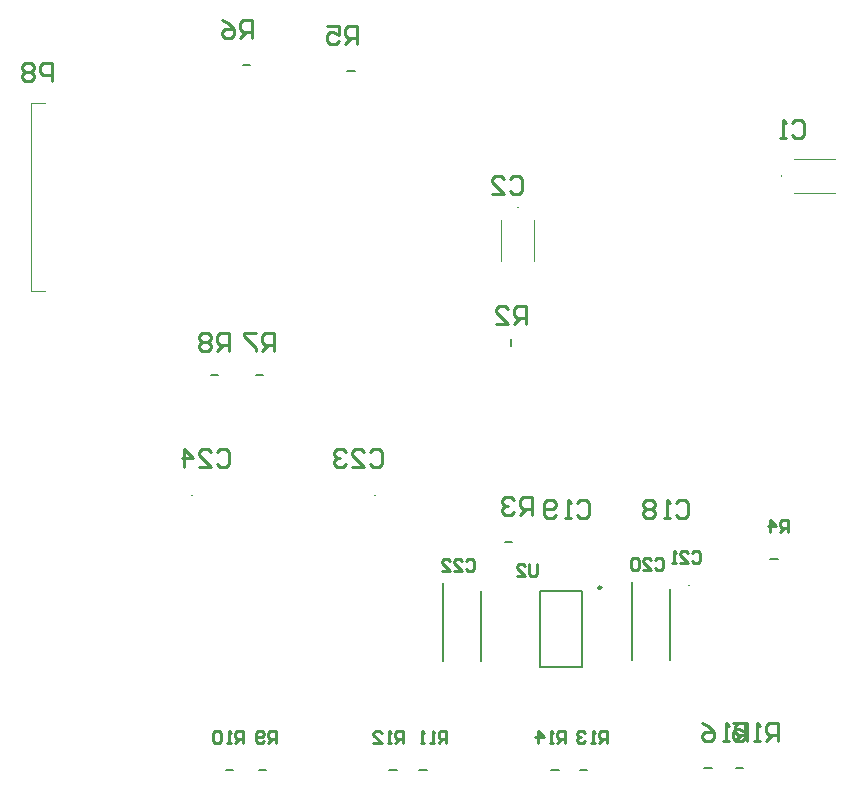
<source format=gbo>
G04*
G04 #@! TF.GenerationSoftware,Altium Limited,Altium Designer,22.9.1 (49)*
G04*
G04 Layer_Color=32896*
%FSLAX24Y24*%
%MOIN*%
G70*
G04*
G04 #@! TF.SameCoordinates,54DEFAFE-76A2-4419-BEBC-3D5CD7468304*
G04*
G04*
G04 #@! TF.FilePolarity,Positive*
G04*
G01*
G75*
%ADD10C,0.0079*%
%ADD11C,0.0098*%
%ADD13C,0.0039*%
%ADD14C,0.0100*%
D10*
X12956Y12650D02*
G03*
X12956Y12650I-20J0D01*
G01*
X6859D02*
G03*
X6859Y12650I-20J0D01*
G01*
X26513Y23300D02*
G03*
X26513Y23300I-20J0D01*
G01*
X17720Y22256D02*
G03*
X17720Y22256I-20J0D01*
G01*
X23420Y9660D02*
G03*
X23420Y9660I-20J0D01*
G01*
X18457Y9481D02*
X19837D01*
X18457Y6919D02*
Y9481D01*
Y6919D02*
X19837D01*
Y9481D01*
X7982Y3500D02*
X8218D01*
X9082D02*
X9318D01*
X18832D02*
X19068D01*
X19782D02*
X20018D01*
X13432D02*
X13668D01*
X14432D02*
X14668D01*
X17500Y17632D02*
Y17868D01*
X17282Y11085D02*
X17518D01*
X8982Y16650D02*
X9218D01*
X7482D02*
X7718D01*
X23932Y3550D02*
X24168D01*
X24982D02*
X25218D01*
X21530Y7169D02*
Y9767D01*
X22770Y7169D02*
Y9531D01*
X15230Y7119D02*
Y9717D01*
X16470Y7119D02*
Y9481D01*
X26132Y10535D02*
X26368D01*
X12032Y26800D02*
X12268D01*
X8539Y27005D02*
X8775D01*
D11*
X20494Y9578D02*
G03*
X20494Y9578I-49J0D01*
G01*
D13*
X1490Y25734D02*
X1963D01*
X1490Y19466D02*
Y25734D01*
Y19466D02*
X1963D01*
X26911Y22749D02*
X28289D01*
X26911Y23851D02*
X28289D01*
X17149Y20461D02*
Y21839D01*
X18251Y20461D02*
Y21839D01*
D14*
X7700Y14090D02*
X7800Y14190D01*
X8000D01*
X8100Y14090D01*
Y13690D01*
X8000Y13590D01*
X7800D01*
X7700Y13690D01*
X7100Y13590D02*
X7500D01*
X7100Y13990D01*
Y14090D01*
X7200Y14190D01*
X7400D01*
X7500Y14090D01*
X6600Y13590D02*
Y14190D01*
X6900Y13890D01*
X6501D01*
X12790Y14090D02*
X12890Y14190D01*
X13090D01*
X13190Y14090D01*
Y13690D01*
X13090Y13590D01*
X12890D01*
X12790Y13690D01*
X12190Y13590D02*
X12590D01*
X12190Y13990D01*
Y14090D01*
X12290Y14190D01*
X12490D01*
X12590Y14090D01*
X11990D02*
X11890Y14190D01*
X11690D01*
X11591Y14090D01*
Y13990D01*
X11690Y13890D01*
X11790D01*
X11690D01*
X11591Y13790D01*
Y13690D01*
X11690Y13590D01*
X11890D01*
X11990Y13690D01*
X18340Y10380D02*
Y10047D01*
X18273Y9980D01*
X18140D01*
X18073Y10047D01*
Y10380D01*
X17674Y9980D02*
X17940D01*
X17674Y10247D01*
Y10313D01*
X17740Y10380D01*
X17873D01*
X17940Y10313D01*
X25340Y4450D02*
Y5050D01*
X25040D01*
X24940Y4950D01*
Y4750D01*
X25040Y4650D01*
X25340D01*
X25140D02*
X24940Y4450D01*
X24740D02*
X24540D01*
X24640D01*
Y5050D01*
X24740Y4950D01*
X23840Y5050D02*
X24040Y4950D01*
X24240Y4750D01*
Y4550D01*
X24140Y4450D01*
X23940D01*
X23840Y4550D01*
Y4650D01*
X23940Y4750D01*
X24240D01*
X26390Y4450D02*
Y5050D01*
X26090D01*
X25990Y4950D01*
Y4750D01*
X26090Y4650D01*
X26390D01*
X26190D02*
X25990Y4450D01*
X25790D02*
X25590D01*
X25690D01*
Y5050D01*
X25790Y4950D01*
X24890Y5050D02*
X25290D01*
Y4750D01*
X25090Y4850D01*
X24990D01*
X24890Y4750D01*
Y4550D01*
X24990Y4450D01*
X25190D01*
X25290Y4550D01*
X19300Y4400D02*
Y4800D01*
X19100D01*
X19033Y4733D01*
Y4600D01*
X19100Y4533D01*
X19300D01*
X19167D02*
X19033Y4400D01*
X18900D02*
X18767D01*
X18833D01*
Y4800D01*
X18900Y4733D01*
X18367Y4400D02*
Y4800D01*
X18567Y4600D01*
X18300D01*
X20690Y4400D02*
Y4800D01*
X20490D01*
X20423Y4733D01*
Y4600D01*
X20490Y4533D01*
X20690D01*
X20557D02*
X20423Y4400D01*
X20290D02*
X20157D01*
X20223D01*
Y4800D01*
X20290Y4733D01*
X19957D02*
X19890Y4800D01*
X19757D01*
X19690Y4733D01*
Y4667D01*
X19757Y4600D01*
X19824D01*
X19757D01*
X19690Y4533D01*
Y4467D01*
X19757Y4400D01*
X19890D01*
X19957Y4467D01*
X13900Y4400D02*
Y4800D01*
X13700D01*
X13633Y4733D01*
Y4600D01*
X13700Y4533D01*
X13900D01*
X13767D02*
X13633Y4400D01*
X13500D02*
X13367D01*
X13433D01*
Y4800D01*
X13500Y4733D01*
X12900Y4400D02*
X13167D01*
X12900Y4667D01*
Y4733D01*
X12967Y4800D01*
X13100D01*
X13167Y4733D01*
X15333Y4400D02*
Y4800D01*
X15133D01*
X15067Y4733D01*
Y4600D01*
X15133Y4533D01*
X15333D01*
X15200D02*
X15067Y4400D01*
X14933D02*
X14800D01*
X14867D01*
Y4800D01*
X14933Y4733D01*
X14600Y4400D02*
X14467D01*
X14533D01*
Y4800D01*
X14600Y4733D01*
X8550Y4400D02*
Y4800D01*
X8350D01*
X8283Y4733D01*
Y4600D01*
X8350Y4533D01*
X8550D01*
X8417D02*
X8283Y4400D01*
X8150D02*
X8017D01*
X8083D01*
Y4800D01*
X8150Y4733D01*
X7817D02*
X7750Y4800D01*
X7617D01*
X7550Y4733D01*
Y4467D01*
X7617Y4400D01*
X7750D01*
X7817Y4467D01*
Y4733D01*
X9660Y4400D02*
Y4800D01*
X9460D01*
X9393Y4733D01*
Y4600D01*
X9460Y4533D01*
X9660D01*
X9527D02*
X9393Y4400D01*
X9260Y4467D02*
X9193Y4400D01*
X9060D01*
X8994Y4467D01*
Y4733D01*
X9060Y4800D01*
X9193D01*
X9260Y4733D01*
Y4667D01*
X9193Y4600D01*
X8994D01*
X8100Y17450D02*
Y18050D01*
X7800D01*
X7700Y17950D01*
Y17750D01*
X7800Y17650D01*
X8100D01*
X7900D02*
X7700Y17450D01*
X7500Y17950D02*
X7400Y18050D01*
X7200D01*
X7100Y17950D01*
Y17850D01*
X7200Y17750D01*
X7100Y17650D01*
Y17550D01*
X7200Y17450D01*
X7400D01*
X7500Y17550D01*
Y17650D01*
X7400Y17750D01*
X7500Y17850D01*
Y17950D01*
X7400Y17750D02*
X7200D01*
X9600Y17450D02*
Y18050D01*
X9300D01*
X9200Y17950D01*
Y17750D01*
X9300Y17650D01*
X9600D01*
X9400D02*
X9200Y17450D01*
X9000Y18050D02*
X8600D01*
Y17950D01*
X9000Y17550D01*
Y17450D01*
X8860Y27910D02*
Y28510D01*
X8560D01*
X8460Y28410D01*
Y28210D01*
X8560Y28110D01*
X8860D01*
X8660D02*
X8460Y27910D01*
X7860Y28510D02*
X8060Y28410D01*
X8260Y28210D01*
Y28010D01*
X8160Y27910D01*
X7960D01*
X7860Y28010D01*
Y28110D01*
X7960Y28210D01*
X8260D01*
X12360Y27700D02*
Y28300D01*
X12060D01*
X11960Y28200D01*
Y28000D01*
X12060Y27900D01*
X12360D01*
X12160D02*
X11960Y27700D01*
X11360Y28300D02*
X11760D01*
Y28000D01*
X11560Y28100D01*
X11460D01*
X11360Y28000D01*
Y27800D01*
X11460Y27700D01*
X11660D01*
X11760Y27800D01*
X26710Y11435D02*
Y11835D01*
X26510D01*
X26443Y11768D01*
Y11635D01*
X26510Y11568D01*
X26710D01*
X26577D02*
X26443Y11435D01*
X26110D02*
Y11835D01*
X26310Y11635D01*
X26044D01*
X18190Y11990D02*
Y12590D01*
X17890D01*
X17790Y12490D01*
Y12290D01*
X17890Y12190D01*
X18190D01*
X17990D02*
X17790Y11990D01*
X17590Y12490D02*
X17490Y12590D01*
X17290D01*
X17190Y12490D01*
Y12390D01*
X17290Y12290D01*
X17390D01*
X17290D01*
X17190Y12190D01*
Y12090D01*
X17290Y11990D01*
X17490D01*
X17590Y12090D01*
X18000Y18360D02*
Y18960D01*
X17700D01*
X17600Y18860D01*
Y18660D01*
X17700Y18560D01*
X18000D01*
X17800D02*
X17600Y18360D01*
X17000D02*
X17400D01*
X17000Y18760D01*
Y18860D01*
X17100Y18960D01*
X17300D01*
X17400Y18860D01*
X2180Y26450D02*
Y27050D01*
X1880D01*
X1780Y26950D01*
Y26750D01*
X1880Y26650D01*
X2180D01*
X1580Y26950D02*
X1480Y27050D01*
X1280D01*
X1180Y26950D01*
Y26850D01*
X1280Y26750D01*
X1180Y26650D01*
Y26550D01*
X1280Y26450D01*
X1480D01*
X1580Y26550D01*
Y26650D01*
X1480Y26750D01*
X1580Y26850D01*
Y26950D01*
X1480Y26750D02*
X1280D01*
X15993Y10463D02*
X16060Y10530D01*
X16193D01*
X16260Y10463D01*
Y10197D01*
X16193Y10130D01*
X16060D01*
X15993Y10197D01*
X15594Y10130D02*
X15860D01*
X15594Y10397D01*
Y10463D01*
X15660Y10530D01*
X15793D01*
X15860Y10463D01*
X15194Y10130D02*
X15460D01*
X15194Y10397D01*
Y10463D01*
X15260Y10530D01*
X15394D01*
X15460Y10463D01*
X23523Y10739D02*
X23590Y10805D01*
X23723D01*
X23790Y10739D01*
Y10472D01*
X23723Y10406D01*
X23590D01*
X23523Y10472D01*
X23124Y10406D02*
X23390D01*
X23124Y10672D01*
Y10739D01*
X23190Y10805D01*
X23323D01*
X23390Y10739D01*
X22990Y10406D02*
X22857D01*
X22924D01*
Y10805D01*
X22990Y10739D01*
X22293Y10513D02*
X22360Y10580D01*
X22493D01*
X22560Y10513D01*
Y10247D01*
X22493Y10180D01*
X22360D01*
X22293Y10247D01*
X21894Y10180D02*
X22160D01*
X21894Y10447D01*
Y10513D01*
X21960Y10580D01*
X22093D01*
X22160Y10513D01*
X21760D02*
X21694Y10580D01*
X21560D01*
X21494Y10513D01*
Y10247D01*
X21560Y10180D01*
X21694D01*
X21760Y10247D01*
Y10513D01*
X19680Y12400D02*
X19780Y12500D01*
X19980D01*
X20080Y12400D01*
Y12000D01*
X19980Y11900D01*
X19780D01*
X19680Y12000D01*
X19480Y11900D02*
X19280D01*
X19380D01*
Y12500D01*
X19480Y12400D01*
X18980Y12000D02*
X18880Y11900D01*
X18680D01*
X18580Y12000D01*
Y12400D01*
X18680Y12500D01*
X18880D01*
X18980Y12400D01*
Y12300D01*
X18880Y12200D01*
X18580D01*
X22980Y12400D02*
X23080Y12500D01*
X23280D01*
X23380Y12400D01*
Y12000D01*
X23280Y11900D01*
X23080D01*
X22980Y12000D01*
X22780Y11900D02*
X22580D01*
X22680D01*
Y12500D01*
X22780Y12400D01*
X22280D02*
X22180Y12500D01*
X21980D01*
X21880Y12400D01*
Y12300D01*
X21980Y12200D01*
X21880Y12100D01*
Y12000D01*
X21980Y11900D01*
X22180D01*
X22280Y12000D01*
Y12100D01*
X22180Y12200D01*
X22280Y12300D01*
Y12400D01*
X22180Y12200D02*
X21980D01*
X17440Y23200D02*
X17540Y23300D01*
X17740D01*
X17840Y23200D01*
Y22800D01*
X17740Y22700D01*
X17540D01*
X17440Y22800D01*
X16840Y22700D02*
X17240D01*
X16840Y23100D01*
Y23200D01*
X16940Y23300D01*
X17140D01*
X17240Y23200D01*
X26850Y25050D02*
X26950Y25150D01*
X27150D01*
X27250Y25050D01*
Y24650D01*
X27150Y24550D01*
X26950D01*
X26850Y24650D01*
X26650Y24550D02*
X26450D01*
X26550D01*
Y25150D01*
X26650Y25050D01*
M02*

</source>
